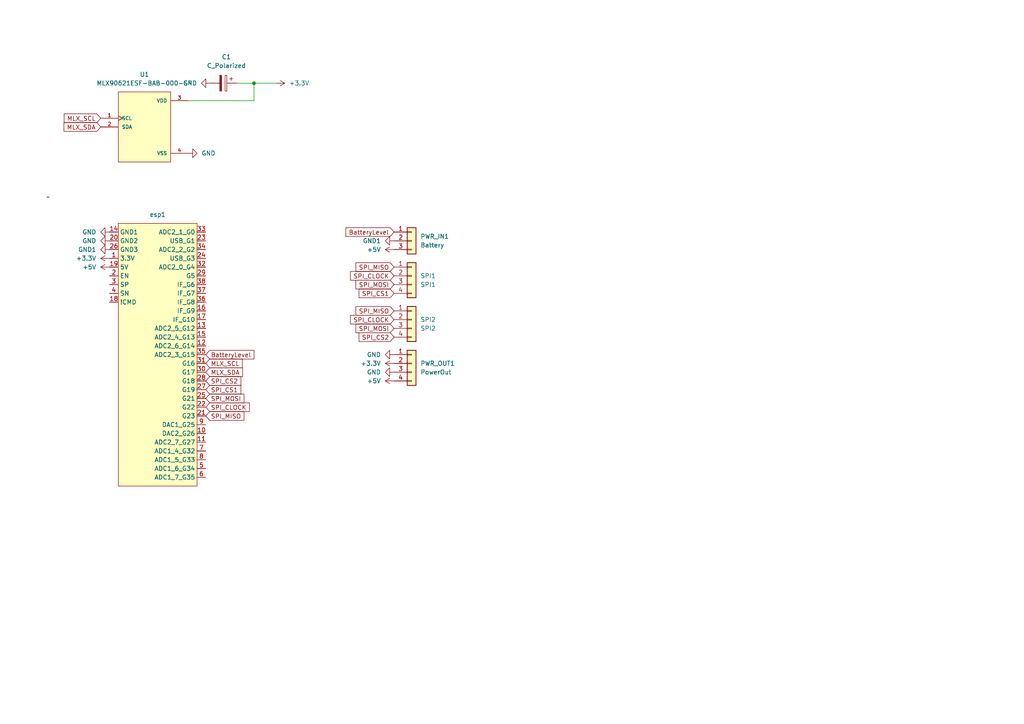
<source format=kicad_sch>
(kicad_sch (version 20230121) (generator eeschema)
  (paper "A4")
  (lib_symbols
    (symbol "AZdelivery_nodemcu_esp32:nodemcu_esp32_1_1"
      (property "Reference" "esp32" (at -6.35 7.62 0))
      (symbol "nodemcu_esp32_1_1_1_1"
        (rectangle (start 13.97 0) (end 36.83 -76.2) (fill (type background)))
        (pin power_out line (at 11.43 -10.16 0) (length 2.54) (name "3.3V") (number "1"))
        (pin bidirectional line (at 39.37 -60.96 180) (length 2.54) (name "DAC2_G26") (number "10"))
        (pin bidirectional line (at 39.37 -63.5 180) (length 2.54) (name "ADC2_7_G27") (number "11"))
        (pin bidirectional line (at 39.37 -35.56 180) (length 2.54) (name "ADC2_6_G14") (number "12"))
        (pin bidirectional line (at 39.37 -30.48 180) (length 2.54) (name "ADC2_5_G12") (number "13"))
        (pin power_out line (at 11.43 -2.54 0) (length 2.54) (name "GND1") (number "14"))
        (pin bidirectional line (at 39.37 -33.02 180) (length 2.54) (name "ADC2_4_G13") (number "15"))
        (pin input line (at 39.37 -25.4 180) (length 2.54) (name "IF_G9") (number "16"))
        (pin input line (at 39.37 -27.94 180) (length 2.54) (name "IF_G10") (number "17"))
        (pin output line (at 11.43 -22.86 0) (length 2.54) (name "!CMD") (number "18"))
        (pin power_out line (at 11.43 -12.7 0) (length 2.54) (name "5V") (number "19"))
        (pin output line (at 11.43 -15.24 0) (length 2.54) (name "EN") (number "2"))
        (pin power_out line (at 11.43 -5.08 0) (length 2.54) (name "GND2") (number "20"))
        (pin bidirectional line (at 39.37 -55.88 180) (length 2.54) (name "G23") (number "21"))
        (pin bidirectional line (at 39.37 -53.34 180) (length 2.54) (name "G22") (number "22"))
        (pin bidirectional line (at 39.37 -5.08 180) (length 2.54) (name "USB_G1") (number "23"))
        (pin bidirectional line (at 39.37 -10.16 180) (length 2.54) (name "USB_G3") (number "24"))
        (pin bidirectional line (at 39.37 -50.8 180) (length 2.54) (name "G21") (number "25"))
        (pin power_out line (at 11.43 -7.62 0) (length 2.54) (name "GND3") (number "26"))
        (pin bidirectional line (at 39.37 -48.26 180) (length 2.54) (name "G19") (number "27"))
        (pin bidirectional line (at 39.37 -45.72 180) (length 2.54) (name "G18") (number "28"))
        (pin bidirectional line (at 39.37 -15.24 180) (length 2.54) (name "G5") (number "29"))
        (pin output line (at 11.43 -17.78 0) (length 2.54) (name "SP") (number "3"))
        (pin bidirectional line (at 39.37 -43.18 180) (length 2.54) (name "G17") (number "30"))
        (pin bidirectional line (at 39.37 -40.64 180) (length 2.54) (name "G16") (number "31"))
        (pin bidirectional line (at 39.37 -12.7 180) (length 2.54) (name "ADC2_0_G4") (number "32"))
        (pin bidirectional line (at 39.37 -2.54 180) (length 2.54) (name "ADC2_1_G0") (number "33"))
        (pin bidirectional line (at 39.37 -7.62 180) (length 2.54) (name "ADC2_2_G2") (number "34"))
        (pin bidirectional line (at 39.37 -38.1 180) (length 2.54) (name "ADC2_3_G15") (number "35"))
        (pin input line (at 39.37 -22.86 180) (length 2.54) (name "IF_G8") (number "36"))
        (pin input line (at 39.37 -20.32 180) (length 2.54) (name "IF_G7") (number "37"))
        (pin input line (at 39.37 -17.78 180) (length 2.54) (name "IF_G6") (number "38"))
        (pin output line (at 11.43 -20.32 0) (length 2.54) (name "SN") (number "4"))
        (pin bidirectional line (at 39.37 -71.12 180) (length 2.54) (name "ADC1_6_G34") (number "5"))
        (pin bidirectional line (at 39.37 -73.66 180) (length 2.54) (name "ADC1_7_G35") (number "6"))
        (pin bidirectional line (at 39.37 -66.04 180) (length 2.54) (name "ADC1_4_G32") (number "7"))
        (pin bidirectional line (at 39.37 -68.58 180) (length 2.54) (name "ADC1_5_G33") (number "8"))
        (pin bidirectional line (at 39.37 -58.42 180) (length 2.54) (name "DAC1_G25") (number "9"))
      )
    )
    (symbol "Connector_Generic:Conn_01x03" (pin_names (offset 1.016) hide)
      (property "Reference" "J" (at 0 5.08 0))
      (property "Value" "Conn_01x03" (at 0 -5.08 0))
      (symbol "Conn_01x03_1_1"
        (rectangle (start -1.27 -2.413) (end 0 -2.667) (stroke (width 0.1524)))
        (rectangle (start -1.27 0.127) (end 0 -0.127) (stroke (width 0.1524)))
        (rectangle (start -1.27 2.667) (end 0 2.413) (stroke (width 0.1524)))
        (rectangle (start -1.27 3.81) (end 1.27 -3.81) (stroke (width 0.254)) (fill (type background)))
        (pin passive line (at -5.08 2.54 0) (length 3.81) (name "Pin_1") (number "1"))
        (pin passive line (at -5.08 0 0) (length 3.81) (name "Pin_2") (number "2"))
        (pin passive line (at -5.08 -2.54 0) (length 3.81) (name "Pin_3") (number "3"))
      )
    )
    (symbol "Connector_Generic:Conn_01x04" (pin_names (offset 1.016) hide)
      (property "Reference" "J" (at 0 5.08 0))
      (property "Value" "Conn_01x04" (at 0 -7.62 0))
      (symbol "Conn_01x04_1_1"
        (rectangle (start -1.27 -4.953) (end 0 -5.207) (stroke (width 0.1524)))
        (rectangle (start -1.27 -2.413) (end 0 -2.667) (stroke (width 0.1524)))
        (rectangle (start -1.27 0.127) (end 0 -0.127) (stroke (width 0.1524)))
        (rectangle (start -1.27 2.667) (end 0 2.413) (stroke (width 0.1524)))
        (rectangle (start -1.27 3.81) (end 1.27 -6.35) (stroke (width 0.254)) (fill (type background)))
        (pin passive line (at -5.08 2.54 0) (length 3.81) (name "Pin_1") (number "1"))
        (pin passive line (at -5.08 0 0) (length 3.81) (name "Pin_2") (number "2"))
        (pin passive line (at -5.08 -2.54 0) (length 3.81) (name "Pin_3") (number "3"))
        (pin passive line (at -5.08 -5.08 0) (length 3.81) (name "Pin_4") (number "4"))
      )
    )
    (symbol "Device:C_Polarized" (pin_numbers hide) (pin_names (offset 0.254))
      (property "Reference" "C" (at 0.635 2.54 0))
      (property "Value" "C_Polarized" (at 0.635 -2.54 0))
      (symbol "C_Polarized_0_1"
        (rectangle (start -2.286 0.508) (end 2.286 1.016))
        (polyline (pts (xy -1.778 2.286) (xy -0.762 2.286)))
        (polyline (pts (xy -1.27 2.794) (xy -1.27 1.778)))
        (rectangle (start 2.286 -0.508) (end -2.286 -1.016) (fill (type outline)))
      )
      (symbol "C_Polarized_1_1"
        (pin passive line (at 0 3.81 270) (length 2.794) (name "~") (number "1"))
        (pin passive line (at 0 -3.81 90) (length 2.794) (name "~") (number "2"))
      )
    )
    (symbol "MLX90621ESF-BAB-000-SP:MLX90621ESF-BAB-000-SP" (pin_names (offset 1.016))
      (property "Reference" "U" (at -7.62 10.922 0))
      (property "Value" "MLX90621ESF-BAB-000-SP" (at -7.62 -12.7 0))
      (symbol "MLX90621ESF-BAB-000-SP_0_0"
        (rectangle (start -7.62 10.16) (end 7.62 -10.16) (stroke (width 0.1524)) (fill (type background)))
        (pin input clock (at -12.7 2.54 0) (length 5.08) (name "SCL") (number "1"))
        (pin bidirectional line (at -12.7 0 0) (length 5.08) (name "SDA") (number "2"))
        (pin power_in line (at 12.7 7.62 180) (length 5.08) (name "VDD") (number "3"))
        (pin power_in line (at 12.7 -7.62 180) (length 5.08) (name "VSS") (number "4"))
      )
    )
    (symbol "power:+3.3V" (power) (pin_names (offset 0))
      (property "Value" "+3.3V" (at 0 3.556 0))
      (symbol "+3.3V_0_1"
        (polyline (pts (xy -0.762 1.27) (xy 0 2.54)))
        (polyline (pts (xy 0 0) (xy 0 2.54)))
        (polyline (pts (xy 0 2.54) (xy 0.762 1.27)))
      )
      (symbol "+3.3V_1_1"
        (pin power_in line (at 0 0 90) (length 0) hide (name "+3.3V") (number "1"))
      )
    )
    (symbol "power:+5V" (power) (pin_names (offset 0))
      (property "Value" "+5V" (at 0 3.556 0))
      (symbol "+5V_0_1"
        (polyline (pts (xy -0.762 1.27) (xy 0 2.54)))
        (polyline (pts (xy 0 0) (xy 0 2.54)))
        (polyline (pts (xy 0 2.54) (xy 0.762 1.27)))
      )
      (symbol "+5V_1_1"
        (pin power_in line (at 0 0 90) (length 0) hide (name "+5V") (number "1"))
      )
    )
    (symbol "power:GND" (power) (pin_names (offset 0))
      (property "Value" "GND" (at 0 -3.81 0))
      (symbol "GND_0_1"
        (polyline (pts (xy 0 0) (xy 0 -1.27) (xy 1.27 -1.27) (xy 0 -2.54) (xy -1.27 -1.27) (xy 0 -1.27)))
      )
      (symbol "GND_1_1"
        (pin power_in line (at 0 0 270) (length 0) hide (name "GND") (number "1"))
      )
    )
    (symbol "power:GND1" (power) (pin_names (offset 0))
      (property "Value" "GND1" (at 0 -3.81 0))
      (symbol "GND1_0_1"
        (polyline (pts (xy 0 0) (xy 0 -1.27) (xy 1.27 -1.27) (xy 0 -2.54) (xy -1.27 -1.27) (xy 0 -1.27)))
      )
      (symbol "GND1_1_1"
        (pin power_in line (at 0 0 270) (length 0) hide (name "GND1") (number "1"))
      )
    )
  )
  (junction (at 73.66 24.13))
  (wire (pts (xy 68.58 24.13) (xy 73.66 24.13)))
  (wire (pts (xy 54.61 29.21) (xy 73.66 29.21)))
  (wire (pts (xy 73.66 29.21) (xy 73.66 24.13)))
  (wire (pts (xy 73.66 24.13) (xy 80.01 24.13)))
  (global_label "SPI_MISO" (shape input) (at 59.69 120.65 0) (property "Intersheetrefs" "${INTERSHEET_REFS}" (effects hide)))
  (global_label "SPI_CS2" (shape input) (at 114.3 97.79 180) (property "Intersheetrefs" "${INTERSHEET_REFS}" (effects hide)))
  (global_label "MLX_SDA" (shape input) (at 29.21 36.83 180) (property "Intersheetrefs" "${INTERSHEET_REFS}" (effects hide)))
  (global_label "SPI_MOSI" (shape input) (at 114.3 82.55 180) (property "Intersheetrefs" "${INTERSHEET_REFS}" (effects hide)))
  (global_label "BatteryLevel" (shape input) (at 114.3 67.31 180) (property "Intersheetrefs" "${INTERSHEET_REFS}" (effects hide)))
  (global_label "SPI_MISO" (shape input) (at 114.3 90.17 180) (property "Intersheetrefs" "${INTERSHEET_REFS}" (effects hide)))
  (global_label "SPI_MOSI" (shape input) (at 114.3 95.25 180) (property "Intersheetrefs" "${INTERSHEET_REFS}" (effects hide)))
  (global_label "SPI_CS2" (shape input) (at 59.69 110.49 0) (property "Intersheetrefs" "${INTERSHEET_REFS}" (effects hide)))
  (global_label "SPI_CLOCK" (shape input) (at 114.3 80.01 180) (property "Intersheetrefs" "${INTERSHEET_REFS}" (effects hide)))
  (global_label "SPI_CLOCK" (shape input) (at 59.69 118.11 0) (property "Intersheetrefs" "${INTERSHEET_REFS}" (effects hide)))
  (global_label "SPI_MOSI" (shape input) (at 59.69 115.57 0) (property "Intersheetrefs" "${INTERSHEET_REFS}" (effects hide)))
  (global_label "SPI_CS1" (shape input) (at 59.69 113.03 0) (property "Intersheetrefs" "${INTERSHEET_REFS}" (effects hide)))
  (global_label "MLX_SDA" (shape input) (at 59.69 107.95 0) (property "Intersheetrefs" "${INTERSHEET_REFS}" (effects hide)))
  (global_label "SPI_MISO" (shape input) (at 114.3 77.47 180) (property "Intersheetrefs" "${INTERSHEET_REFS}" (effects hide)))
  (global_label "MLX_SCL" (shape input) (at 59.69 105.41 0) (property "Intersheetrefs" "${INTERSHEET_REFS}" (effects hide)))
  (global_label "SPI_CLOCK" (shape input) (at 114.3 92.71 180) (property "Intersheetrefs" "${INTERSHEET_REFS}" (effects hide)))
  (global_label "MLX_SCL" (shape input) (at 29.21 34.29 180) (property "Intersheetrefs" "${INTERSHEET_REFS}" (effects hide)))
  (global_label "BatteryLevel" (shape input) (at 59.69 102.87 0) (property "Intersheetrefs" "${INTERSHEET_REFS}" (effects hide)))
  (global_label "SPI_CS1" (shape input) (at 114.3 85.09 180) (property "Intersheetrefs" "${INTERSHEET_REFS}" (effects hide)))
  (symbol (lib_id "power:+3.3V") (at 31.75 74.93 90) (unit 1)
    (property "Reference" "#PWR06" (effects hide))
    (property "Value" "+3.3V" (at 27.94 74.93 90) (effects (justify left)))
  )
  (symbol (lib_id "power:+3.3V") (at 80.01 24.13 270) (unit 1)
    (property "Reference" "#PWR07" (effects hide))
    (property "Value" "+3.3V" (at 83.82 24.13 90) (effects (justify left)))
  )
  (symbol (lib_id "power:GND") (at 31.75 69.85 270) (unit 1)
    (property "Reference" "#PWR02" (effects hide))
    (property "Value" "GND" (at 27.94 69.85 90) (effects (justify right)))
  )
  (symbol (lib_id "power:+5V") (at 31.75 77.47 90) (unit 1)
    (property "Reference" "#PWR08" (effects hide))
    (property "Value" "+5V" (at 27.94 77.47 90) (effects (justify left)))
  )
  (symbol (lib_id "power:GND") (at 114.3 102.87 270) (unit 1)
    (property "Reference" "#PWR013" (effects hide))
    (property "Value" "GND" (at 110.49 102.87 90) (effects (justify right)))
  )
  (symbol (lib_id "MLX90621ESF-BAB-000-SP:MLX90621ESF-BAB-000-SP") (at 41.91 36.83 0) (unit 1)
    (property "Reference" "U1" (at 41.91 21.59 0))
    (property "Value" "MLX90621ESF-BAB-000-SP" (at 41.91 24.13 0))
    (property "Footprint" "TO292P930H600-4" (effects hide))
    (property "Description" "\nTemperature Sensor Digital, Infrared (IR) -40°C ~ 85°C - TO-39\n" (effects hide))
  )
  (symbol (lib_id "power:+5V") (at 114.3 110.49 90) (unit 1)
    (property "Reference" "#PWR012" (effects hide))
    (property "Value" "+5V" (at 110.49 110.49 90) (effects (justify left)))
  )
  (symbol (lib_id "power:GND") (at 31.75 67.31 270) (unit 1)
    (property "Reference" "#PWR01" (effects hide))
    (property "Value" "GND" (at 27.94 67.31 90) (effects (justify right)))
  )
  (symbol (lib_id "power:GND1") (at 114.3 69.85 270) (unit 1)
    (property "Reference" "#PWR011" (effects hide))
    (property "Value" "GND1" (at 110.49 69.85 90) (effects (justify right)))
  )
  (symbol (lib_id "power:GND1") (at 31.75 72.39 270) (unit 1)
    (property "Reference" "#PWR03" (effects hide))
    (property "Value" "GND1" (at 27.94 72.39 90) (effects (justify right)))
  )
  (symbol (lib_id "Device:C_Polarized") (at 64.77 24.13 270) (unit 1)
    (property "Reference" "C1" (at 65.659 16.51 90))
    (property "Value" "C_Polarized" (at 65.659 19.05 90))
    (property "Footprint" "Capacitor_THT:C_Disc_D4.3mm_W1.9mm_P5.00mm" (effects hide))
  )
  (symbol (lib_id "power:+3.3V") (at 114.3 105.41 90) (unit 1)
    (property "Reference" "#PWR010" (effects hide))
    (property "Value" "+3.3V" (at 110.49 105.41 90) (effects (justify left)))
  )
  (symbol (lib_id "AZdelivery_nodemcu_esp32:nodemcu_esp32_1_1") (at 20.32 64.77 0) (unit 1)
    (property "Reference" "esp1" (at 45.72 62.23 0))
    (property "Value" "~" (at 13.97 57.15 0))
    (property "Footprint" "AZdelivery_nodemcu_esp32" (effects hide))
  )
  (symbol (lib_id "power:GND") (at 54.61 44.45 90) (unit 1)
    (property "Reference" "#PWR05" (effects hide))
    (property "Value" "GND" (at 58.42 44.45 90) (effects (justify right)))
  )
  (symbol (lib_id "Connector_Generic:Conn_01x04") (at 119.38 105.41 0) (unit 1)
    (property "Reference" "PWR_OUT1" (at 121.92 105.41 0) (effects (justify left)))
    (property "Value" "PowerOut" (at 121.92 107.95 0) (effects (justify left)))
    (property "Footprint" "Connector_PinSocket_2.54mm:PinSocket_1x04_P2.54mm_Vertical" (effects hide))
  )
  (symbol (lib_id "power:GND") (at 114.3 107.95 270) (unit 1)
    (property "Reference" "#PWR014" (effects hide))
    (property "Value" "GND" (at 110.49 107.95 90) (effects (justify right)))
  )
  (symbol (lib_id "power:GND") (at 60.96 24.13 270) (unit 1)
    (property "Reference" "#PWR04" (effects hide))
    (property "Value" "GND" (at 57.15 24.13 90) (effects (justify right)))
  )
  (symbol (lib_id "Connector_Generic:Conn_01x04") (at 119.38 92.71 0) (unit 1)
    (property "Reference" "SPI2" (at 121.92 92.71 0) (effects (justify left)))
    (property "Value" "SPI2" (at 121.92 95.25 0) (effects (justify left)))
    (property "Footprint" "Connector_PinSocket_2.54mm:PinSocket_1x04_P2.54mm_Vertical" (effects hide))
  )
  (symbol (lib_id "power:+5V") (at 114.3 72.39 90) (unit 1)
    (property "Reference" "#PWR09" (effects hide))
    (property "Value" "+5V" (at 110.49 72.39 90) (effects (justify left)))
  )
  (symbol (lib_id "Connector_Generic:Conn_01x04") (at 119.38 80.01 0) (unit 1)
    (property "Reference" "SPI1" (at 121.92 80.01 0) (effects (justify left)))
    (property "Value" "SPI1" (at 121.92 82.55 0) (effects (justify left)))
    (property "Footprint" "Connector_PinSocket_2.54mm:PinSocket_1x04_P2.54mm_Vertical" (effects hide))
  )
  (symbol (lib_id "Connector_Generic:Conn_01x03") (at 119.38 69.85 0) (unit 1)
    (property "Reference" "PWR_IN1" (at 121.92 68.58 0) (effects (justify left)))
    (property "Value" "Battery" (at 121.92 71.12 0) (effects (justify left)))
    (property "Footprint" "Connector_PinSocket_2.54mm:PinSocket_1x03_P2.54mm_Vertical" (effects hide))
  )
)
</source>
